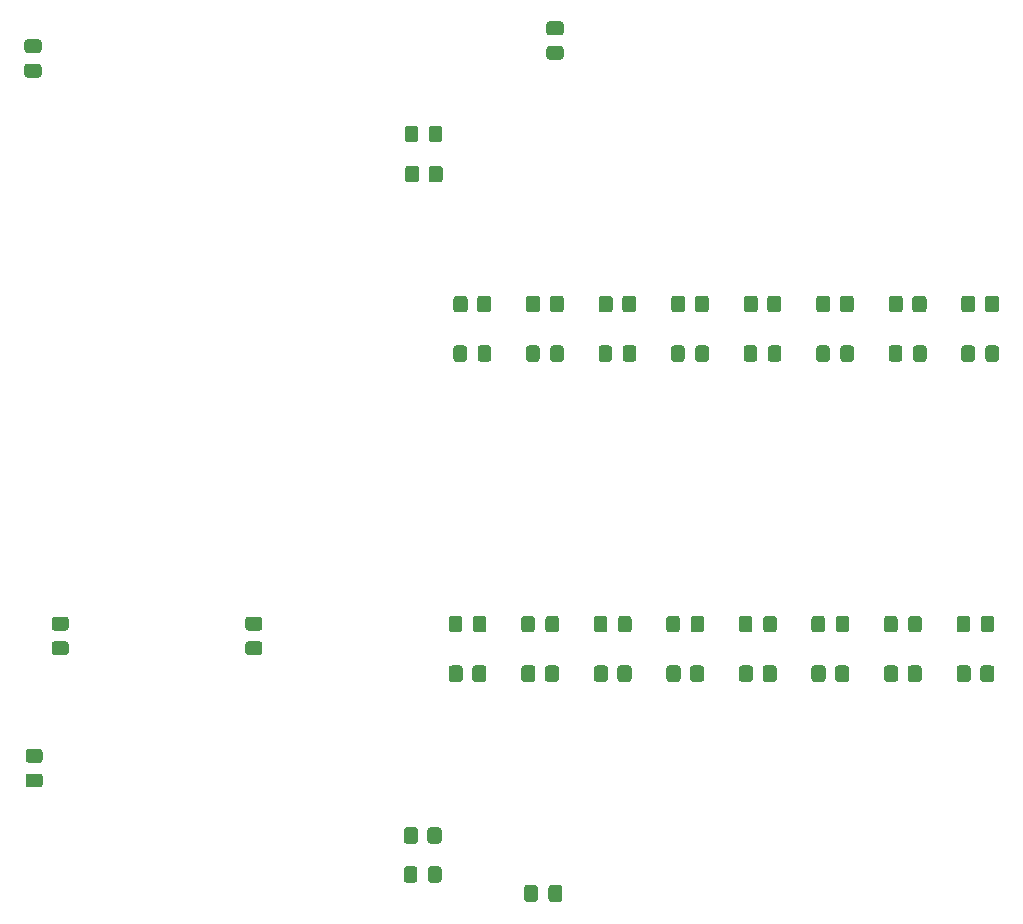
<source format=gtp>
G04 #@! TF.GenerationSoftware,KiCad,Pcbnew,(5.1.9)-1*
G04 #@! TF.CreationDate,2022-07-23T11:43:12-04:00*
G04 #@! TF.ProjectId,d-register,642d7265-6769-4737-9465-722e6b696361,2.0*
G04 #@! TF.SameCoordinates,Original*
G04 #@! TF.FileFunction,Paste,Top*
G04 #@! TF.FilePolarity,Positive*
%FSLAX46Y46*%
G04 Gerber Fmt 4.6, Leading zero omitted, Abs format (unit mm)*
G04 Created by KiCad (PCBNEW (5.1.9)-1) date 2022-07-23 11:43:12*
%MOMM*%
%LPD*%
G01*
G04 APERTURE LIST*
G04 APERTURE END LIST*
G36*
G01*
X124900000Y-119850001D02*
X124900000Y-118949999D01*
G75*
G02*
X125149999Y-118700000I249999J0D01*
G01*
X125850001Y-118700000D01*
G75*
G02*
X126100000Y-118949999I0J-249999D01*
G01*
X126100000Y-119850001D01*
G75*
G02*
X125850001Y-120100000I-249999J0D01*
G01*
X125149999Y-120100000D01*
G75*
G02*
X124900000Y-119850001I0J249999D01*
G01*
G37*
G36*
G01*
X122900000Y-119850001D02*
X122900000Y-118949999D01*
G75*
G02*
X123149999Y-118700000I249999J0D01*
G01*
X123850001Y-118700000D01*
G75*
G02*
X124100000Y-118949999I0J-249999D01*
G01*
X124100000Y-119850001D01*
G75*
G02*
X123850001Y-120100000I-249999J0D01*
G01*
X123149999Y-120100000D01*
G75*
G02*
X122900000Y-119850001I0J249999D01*
G01*
G37*
G36*
G01*
X124950000Y-123150001D02*
X124950000Y-122249999D01*
G75*
G02*
X125199999Y-122000000I249999J0D01*
G01*
X125850001Y-122000000D01*
G75*
G02*
X126100000Y-122249999I0J-249999D01*
G01*
X126100000Y-123150001D01*
G75*
G02*
X125850001Y-123400000I-249999J0D01*
G01*
X125199999Y-123400000D01*
G75*
G02*
X124950000Y-123150001I0J249999D01*
G01*
G37*
G36*
G01*
X122900000Y-123150001D02*
X122900000Y-122249999D01*
G75*
G02*
X123149999Y-122000000I249999J0D01*
G01*
X123800001Y-122000000D01*
G75*
G02*
X124050000Y-122249999I0J-249999D01*
G01*
X124050000Y-123150001D01*
G75*
G02*
X123800001Y-123400000I-249999J0D01*
G01*
X123149999Y-123400000D01*
G75*
G02*
X122900000Y-123150001I0J249999D01*
G01*
G37*
G36*
G01*
X125000000Y-63850001D02*
X125000000Y-62949999D01*
G75*
G02*
X125249999Y-62700000I249999J0D01*
G01*
X125950001Y-62700000D01*
G75*
G02*
X126200000Y-62949999I0J-249999D01*
G01*
X126200000Y-63850001D01*
G75*
G02*
X125950001Y-64100000I-249999J0D01*
G01*
X125249999Y-64100000D01*
G75*
G02*
X125000000Y-63850001I0J249999D01*
G01*
G37*
G36*
G01*
X123000000Y-63850001D02*
X123000000Y-62949999D01*
G75*
G02*
X123249999Y-62700000I249999J0D01*
G01*
X123950001Y-62700000D01*
G75*
G02*
X124200000Y-62949999I0J-249999D01*
G01*
X124200000Y-63850001D01*
G75*
G02*
X123950001Y-64100000I-249999J0D01*
G01*
X123249999Y-64100000D01*
G75*
G02*
X123000000Y-63850001I0J249999D01*
G01*
G37*
G36*
G01*
X125025000Y-60450001D02*
X125025000Y-59549999D01*
G75*
G02*
X125274999Y-59300000I249999J0D01*
G01*
X125925001Y-59300000D01*
G75*
G02*
X126175000Y-59549999I0J-249999D01*
G01*
X126175000Y-60450001D01*
G75*
G02*
X125925001Y-60700000I-249999J0D01*
G01*
X125274999Y-60700000D01*
G75*
G02*
X125025000Y-60450001I0J249999D01*
G01*
G37*
G36*
G01*
X122975000Y-60450001D02*
X122975000Y-59549999D01*
G75*
G02*
X123224999Y-59300000I249999J0D01*
G01*
X123875001Y-59300000D01*
G75*
G02*
X124125000Y-59549999I0J-249999D01*
G01*
X124125000Y-60450001D01*
G75*
G02*
X123875001Y-60700000I-249999J0D01*
G01*
X123224999Y-60700000D01*
G75*
G02*
X122975000Y-60450001I0J249999D01*
G01*
G37*
G36*
G01*
X94275000Y-102050000D02*
X93325000Y-102050000D01*
G75*
G02*
X93075000Y-101800000I0J250000D01*
G01*
X93075000Y-101125000D01*
G75*
G02*
X93325000Y-100875000I250000J0D01*
G01*
X94275000Y-100875000D01*
G75*
G02*
X94525000Y-101125000I0J-250000D01*
G01*
X94525000Y-101800000D01*
G75*
G02*
X94275000Y-102050000I-250000J0D01*
G01*
G37*
G36*
G01*
X94275000Y-104125000D02*
X93325000Y-104125000D01*
G75*
G02*
X93075000Y-103875000I0J250000D01*
G01*
X93075000Y-103200000D01*
G75*
G02*
X93325000Y-102950000I250000J0D01*
G01*
X94275000Y-102950000D01*
G75*
G02*
X94525000Y-103200000I0J-250000D01*
G01*
X94525000Y-103875000D01*
G75*
G02*
X94275000Y-104125000I-250000J0D01*
G01*
G37*
G36*
G01*
X110675000Y-102050000D02*
X109725000Y-102050000D01*
G75*
G02*
X109475000Y-101800000I0J250000D01*
G01*
X109475000Y-101125000D01*
G75*
G02*
X109725000Y-100875000I250000J0D01*
G01*
X110675000Y-100875000D01*
G75*
G02*
X110925000Y-101125000I0J-250000D01*
G01*
X110925000Y-101800000D01*
G75*
G02*
X110675000Y-102050000I-250000J0D01*
G01*
G37*
G36*
G01*
X110675000Y-104125000D02*
X109725000Y-104125000D01*
G75*
G02*
X109475000Y-103875000I0J250000D01*
G01*
X109475000Y-103200000D01*
G75*
G02*
X109725000Y-102950000I250000J0D01*
G01*
X110675000Y-102950000D01*
G75*
G02*
X110925000Y-103200000I0J-250000D01*
G01*
X110925000Y-103875000D01*
G75*
G02*
X110675000Y-104125000I-250000J0D01*
G01*
G37*
G36*
G01*
X91025000Y-54050000D02*
X91975000Y-54050000D01*
G75*
G02*
X92225000Y-54300000I0J-250000D01*
G01*
X92225000Y-54975000D01*
G75*
G02*
X91975000Y-55225000I-250000J0D01*
G01*
X91025000Y-55225000D01*
G75*
G02*
X90775000Y-54975000I0J250000D01*
G01*
X90775000Y-54300000D01*
G75*
G02*
X91025000Y-54050000I250000J0D01*
G01*
G37*
G36*
G01*
X91025000Y-51975000D02*
X91975000Y-51975000D01*
G75*
G02*
X92225000Y-52225000I0J-250000D01*
G01*
X92225000Y-52900000D01*
G75*
G02*
X91975000Y-53150000I-250000J0D01*
G01*
X91025000Y-53150000D01*
G75*
G02*
X90775000Y-52900000I0J250000D01*
G01*
X90775000Y-52225000D01*
G75*
G02*
X91025000Y-51975000I250000J0D01*
G01*
G37*
G36*
G01*
X91125000Y-114150000D02*
X92075000Y-114150000D01*
G75*
G02*
X92325000Y-114400000I0J-250000D01*
G01*
X92325000Y-115075000D01*
G75*
G02*
X92075000Y-115325000I-250000J0D01*
G01*
X91125000Y-115325000D01*
G75*
G02*
X90875000Y-115075000I0J250000D01*
G01*
X90875000Y-114400000D01*
G75*
G02*
X91125000Y-114150000I250000J0D01*
G01*
G37*
G36*
G01*
X91125000Y-112075000D02*
X92075000Y-112075000D01*
G75*
G02*
X92325000Y-112325000I0J-250000D01*
G01*
X92325000Y-113000000D01*
G75*
G02*
X92075000Y-113250000I-250000J0D01*
G01*
X91125000Y-113250000D01*
G75*
G02*
X90875000Y-113000000I0J250000D01*
G01*
X90875000Y-112325000D01*
G75*
G02*
X91125000Y-112075000I250000J0D01*
G01*
G37*
G36*
G01*
X136175000Y-51650000D02*
X135225000Y-51650000D01*
G75*
G02*
X134975000Y-51400000I0J250000D01*
G01*
X134975000Y-50725000D01*
G75*
G02*
X135225000Y-50475000I250000J0D01*
G01*
X136175000Y-50475000D01*
G75*
G02*
X136425000Y-50725000I0J-250000D01*
G01*
X136425000Y-51400000D01*
G75*
G02*
X136175000Y-51650000I-250000J0D01*
G01*
G37*
G36*
G01*
X136175000Y-53725000D02*
X135225000Y-53725000D01*
G75*
G02*
X134975000Y-53475000I0J250000D01*
G01*
X134975000Y-52800000D01*
G75*
G02*
X135225000Y-52550000I250000J0D01*
G01*
X136175000Y-52550000D01*
G75*
G02*
X136425000Y-52800000I0J-250000D01*
G01*
X136425000Y-53475000D01*
G75*
G02*
X136175000Y-53725000I-250000J0D01*
G01*
G37*
G36*
G01*
X135150000Y-124775000D02*
X135150000Y-123825000D01*
G75*
G02*
X135400000Y-123575000I250000J0D01*
G01*
X136075000Y-123575000D01*
G75*
G02*
X136325000Y-123825000I0J-250000D01*
G01*
X136325000Y-124775000D01*
G75*
G02*
X136075000Y-125025000I-250000J0D01*
G01*
X135400000Y-125025000D01*
G75*
G02*
X135150000Y-124775000I0J250000D01*
G01*
G37*
G36*
G01*
X133075000Y-124775000D02*
X133075000Y-123825000D01*
G75*
G02*
X133325000Y-123575000I250000J0D01*
G01*
X134000000Y-123575000D01*
G75*
G02*
X134250000Y-123825000I0J-250000D01*
G01*
X134250000Y-124775000D01*
G75*
G02*
X134000000Y-125025000I-250000J0D01*
G01*
X133325000Y-125025000D01*
G75*
G02*
X133075000Y-124775000I0J250000D01*
G01*
G37*
G36*
G01*
X129100000Y-74850001D02*
X129100000Y-73949999D01*
G75*
G02*
X129349999Y-73700000I249999J0D01*
G01*
X130050001Y-73700000D01*
G75*
G02*
X130300000Y-73949999I0J-249999D01*
G01*
X130300000Y-74850001D01*
G75*
G02*
X130050001Y-75100000I-249999J0D01*
G01*
X129349999Y-75100000D01*
G75*
G02*
X129100000Y-74850001I0J249999D01*
G01*
G37*
G36*
G01*
X127100000Y-74850001D02*
X127100000Y-73949999D01*
G75*
G02*
X127349999Y-73700000I249999J0D01*
G01*
X128050001Y-73700000D01*
G75*
G02*
X128300000Y-73949999I0J-249999D01*
G01*
X128300000Y-74850001D01*
G75*
G02*
X128050001Y-75100000I-249999J0D01*
G01*
X127349999Y-75100000D01*
G75*
G02*
X127100000Y-74850001I0J249999D01*
G01*
G37*
G36*
G01*
X135242857Y-74850001D02*
X135242857Y-73949999D01*
G75*
G02*
X135492856Y-73700000I249999J0D01*
G01*
X136192858Y-73700000D01*
G75*
G02*
X136442857Y-73949999I0J-249999D01*
G01*
X136442857Y-74850001D01*
G75*
G02*
X136192858Y-75100000I-249999J0D01*
G01*
X135492856Y-75100000D01*
G75*
G02*
X135242857Y-74850001I0J249999D01*
G01*
G37*
G36*
G01*
X133242857Y-74850001D02*
X133242857Y-73949999D01*
G75*
G02*
X133492856Y-73700000I249999J0D01*
G01*
X134192858Y-73700000D01*
G75*
G02*
X134442857Y-73949999I0J-249999D01*
G01*
X134442857Y-74850001D01*
G75*
G02*
X134192858Y-75100000I-249999J0D01*
G01*
X133492856Y-75100000D01*
G75*
G02*
X133242857Y-74850001I0J249999D01*
G01*
G37*
G36*
G01*
X141385714Y-74850001D02*
X141385714Y-73949999D01*
G75*
G02*
X141635713Y-73700000I249999J0D01*
G01*
X142335715Y-73700000D01*
G75*
G02*
X142585714Y-73949999I0J-249999D01*
G01*
X142585714Y-74850001D01*
G75*
G02*
X142335715Y-75100000I-249999J0D01*
G01*
X141635713Y-75100000D01*
G75*
G02*
X141385714Y-74850001I0J249999D01*
G01*
G37*
G36*
G01*
X139385714Y-74850001D02*
X139385714Y-73949999D01*
G75*
G02*
X139635713Y-73700000I249999J0D01*
G01*
X140335715Y-73700000D01*
G75*
G02*
X140585714Y-73949999I0J-249999D01*
G01*
X140585714Y-74850001D01*
G75*
G02*
X140335715Y-75100000I-249999J0D01*
G01*
X139635713Y-75100000D01*
G75*
G02*
X139385714Y-74850001I0J249999D01*
G01*
G37*
G36*
G01*
X147528571Y-74850001D02*
X147528571Y-73949999D01*
G75*
G02*
X147778570Y-73700000I249999J0D01*
G01*
X148478572Y-73700000D01*
G75*
G02*
X148728571Y-73949999I0J-249999D01*
G01*
X148728571Y-74850001D01*
G75*
G02*
X148478572Y-75100000I-249999J0D01*
G01*
X147778570Y-75100000D01*
G75*
G02*
X147528571Y-74850001I0J249999D01*
G01*
G37*
G36*
G01*
X145528571Y-74850001D02*
X145528571Y-73949999D01*
G75*
G02*
X145778570Y-73700000I249999J0D01*
G01*
X146478572Y-73700000D01*
G75*
G02*
X146728571Y-73949999I0J-249999D01*
G01*
X146728571Y-74850001D01*
G75*
G02*
X146478572Y-75100000I-249999J0D01*
G01*
X145778570Y-75100000D01*
G75*
G02*
X145528571Y-74850001I0J249999D01*
G01*
G37*
G36*
G01*
X153671428Y-74850001D02*
X153671428Y-73949999D01*
G75*
G02*
X153921427Y-73700000I249999J0D01*
G01*
X154621429Y-73700000D01*
G75*
G02*
X154871428Y-73949999I0J-249999D01*
G01*
X154871428Y-74850001D01*
G75*
G02*
X154621429Y-75100000I-249999J0D01*
G01*
X153921427Y-75100000D01*
G75*
G02*
X153671428Y-74850001I0J249999D01*
G01*
G37*
G36*
G01*
X151671428Y-74850001D02*
X151671428Y-73949999D01*
G75*
G02*
X151921427Y-73700000I249999J0D01*
G01*
X152621429Y-73700000D01*
G75*
G02*
X152871428Y-73949999I0J-249999D01*
G01*
X152871428Y-74850001D01*
G75*
G02*
X152621429Y-75100000I-249999J0D01*
G01*
X151921427Y-75100000D01*
G75*
G02*
X151671428Y-74850001I0J249999D01*
G01*
G37*
G36*
G01*
X159814285Y-74850001D02*
X159814285Y-73949999D01*
G75*
G02*
X160064284Y-73700000I249999J0D01*
G01*
X160764286Y-73700000D01*
G75*
G02*
X161014285Y-73949999I0J-249999D01*
G01*
X161014285Y-74850001D01*
G75*
G02*
X160764286Y-75100000I-249999J0D01*
G01*
X160064284Y-75100000D01*
G75*
G02*
X159814285Y-74850001I0J249999D01*
G01*
G37*
G36*
G01*
X157814285Y-74850001D02*
X157814285Y-73949999D01*
G75*
G02*
X158064284Y-73700000I249999J0D01*
G01*
X158764286Y-73700000D01*
G75*
G02*
X159014285Y-73949999I0J-249999D01*
G01*
X159014285Y-74850001D01*
G75*
G02*
X158764286Y-75100000I-249999J0D01*
G01*
X158064284Y-75100000D01*
G75*
G02*
X157814285Y-74850001I0J249999D01*
G01*
G37*
G36*
G01*
X165957142Y-74850001D02*
X165957142Y-73949999D01*
G75*
G02*
X166207141Y-73700000I249999J0D01*
G01*
X166907143Y-73700000D01*
G75*
G02*
X167157142Y-73949999I0J-249999D01*
G01*
X167157142Y-74850001D01*
G75*
G02*
X166907143Y-75100000I-249999J0D01*
G01*
X166207141Y-75100000D01*
G75*
G02*
X165957142Y-74850001I0J249999D01*
G01*
G37*
G36*
G01*
X163957142Y-74850001D02*
X163957142Y-73949999D01*
G75*
G02*
X164207141Y-73700000I249999J0D01*
G01*
X164907143Y-73700000D01*
G75*
G02*
X165157142Y-73949999I0J-249999D01*
G01*
X165157142Y-74850001D01*
G75*
G02*
X164907143Y-75100000I-249999J0D01*
G01*
X164207141Y-75100000D01*
G75*
G02*
X163957142Y-74850001I0J249999D01*
G01*
G37*
G36*
G01*
X172100000Y-74850001D02*
X172100000Y-73949999D01*
G75*
G02*
X172349999Y-73700000I249999J0D01*
G01*
X173050001Y-73700000D01*
G75*
G02*
X173300000Y-73949999I0J-249999D01*
G01*
X173300000Y-74850001D01*
G75*
G02*
X173050001Y-75100000I-249999J0D01*
G01*
X172349999Y-75100000D01*
G75*
G02*
X172100000Y-74850001I0J249999D01*
G01*
G37*
G36*
G01*
X170100000Y-74850001D02*
X170100000Y-73949999D01*
G75*
G02*
X170349999Y-73700000I249999J0D01*
G01*
X171050001Y-73700000D01*
G75*
G02*
X171300000Y-73949999I0J-249999D01*
G01*
X171300000Y-74850001D01*
G75*
G02*
X171050001Y-75100000I-249999J0D01*
G01*
X170349999Y-75100000D01*
G75*
G02*
X170100000Y-74850001I0J249999D01*
G01*
G37*
G36*
G01*
X128700000Y-106150001D02*
X128700000Y-105249999D01*
G75*
G02*
X128949999Y-105000000I249999J0D01*
G01*
X129650001Y-105000000D01*
G75*
G02*
X129900000Y-105249999I0J-249999D01*
G01*
X129900000Y-106150001D01*
G75*
G02*
X129650001Y-106400000I-249999J0D01*
G01*
X128949999Y-106400000D01*
G75*
G02*
X128700000Y-106150001I0J249999D01*
G01*
G37*
G36*
G01*
X126700000Y-106150001D02*
X126700000Y-105249999D01*
G75*
G02*
X126949999Y-105000000I249999J0D01*
G01*
X127650001Y-105000000D01*
G75*
G02*
X127900000Y-105249999I0J-249999D01*
G01*
X127900000Y-106150001D01*
G75*
G02*
X127650001Y-106400000I-249999J0D01*
G01*
X126949999Y-106400000D01*
G75*
G02*
X126700000Y-106150001I0J249999D01*
G01*
G37*
G36*
G01*
X134842857Y-106150001D02*
X134842857Y-105249999D01*
G75*
G02*
X135092856Y-105000000I249999J0D01*
G01*
X135792858Y-105000000D01*
G75*
G02*
X136042857Y-105249999I0J-249999D01*
G01*
X136042857Y-106150001D01*
G75*
G02*
X135792858Y-106400000I-249999J0D01*
G01*
X135092856Y-106400000D01*
G75*
G02*
X134842857Y-106150001I0J249999D01*
G01*
G37*
G36*
G01*
X132842857Y-106150001D02*
X132842857Y-105249999D01*
G75*
G02*
X133092856Y-105000000I249999J0D01*
G01*
X133792858Y-105000000D01*
G75*
G02*
X134042857Y-105249999I0J-249999D01*
G01*
X134042857Y-106150001D01*
G75*
G02*
X133792858Y-106400000I-249999J0D01*
G01*
X133092856Y-106400000D01*
G75*
G02*
X132842857Y-106150001I0J249999D01*
G01*
G37*
G36*
G01*
X140985714Y-106150001D02*
X140985714Y-105249999D01*
G75*
G02*
X141235713Y-105000000I249999J0D01*
G01*
X141935715Y-105000000D01*
G75*
G02*
X142185714Y-105249999I0J-249999D01*
G01*
X142185714Y-106150001D01*
G75*
G02*
X141935715Y-106400000I-249999J0D01*
G01*
X141235713Y-106400000D01*
G75*
G02*
X140985714Y-106150001I0J249999D01*
G01*
G37*
G36*
G01*
X138985714Y-106150001D02*
X138985714Y-105249999D01*
G75*
G02*
X139235713Y-105000000I249999J0D01*
G01*
X139935715Y-105000000D01*
G75*
G02*
X140185714Y-105249999I0J-249999D01*
G01*
X140185714Y-106150001D01*
G75*
G02*
X139935715Y-106400000I-249999J0D01*
G01*
X139235713Y-106400000D01*
G75*
G02*
X138985714Y-106150001I0J249999D01*
G01*
G37*
G36*
G01*
X147128571Y-106150001D02*
X147128571Y-105249999D01*
G75*
G02*
X147378570Y-105000000I249999J0D01*
G01*
X148078572Y-105000000D01*
G75*
G02*
X148328571Y-105249999I0J-249999D01*
G01*
X148328571Y-106150001D01*
G75*
G02*
X148078572Y-106400000I-249999J0D01*
G01*
X147378570Y-106400000D01*
G75*
G02*
X147128571Y-106150001I0J249999D01*
G01*
G37*
G36*
G01*
X145128571Y-106150001D02*
X145128571Y-105249999D01*
G75*
G02*
X145378570Y-105000000I249999J0D01*
G01*
X146078572Y-105000000D01*
G75*
G02*
X146328571Y-105249999I0J-249999D01*
G01*
X146328571Y-106150001D01*
G75*
G02*
X146078572Y-106400000I-249999J0D01*
G01*
X145378570Y-106400000D01*
G75*
G02*
X145128571Y-106150001I0J249999D01*
G01*
G37*
G36*
G01*
X153271428Y-106150001D02*
X153271428Y-105249999D01*
G75*
G02*
X153521427Y-105000000I249999J0D01*
G01*
X154221429Y-105000000D01*
G75*
G02*
X154471428Y-105249999I0J-249999D01*
G01*
X154471428Y-106150001D01*
G75*
G02*
X154221429Y-106400000I-249999J0D01*
G01*
X153521427Y-106400000D01*
G75*
G02*
X153271428Y-106150001I0J249999D01*
G01*
G37*
G36*
G01*
X151271428Y-106150001D02*
X151271428Y-105249999D01*
G75*
G02*
X151521427Y-105000000I249999J0D01*
G01*
X152221429Y-105000000D01*
G75*
G02*
X152471428Y-105249999I0J-249999D01*
G01*
X152471428Y-106150001D01*
G75*
G02*
X152221429Y-106400000I-249999J0D01*
G01*
X151521427Y-106400000D01*
G75*
G02*
X151271428Y-106150001I0J249999D01*
G01*
G37*
G36*
G01*
X159414285Y-106150001D02*
X159414285Y-105249999D01*
G75*
G02*
X159664284Y-105000000I249999J0D01*
G01*
X160364286Y-105000000D01*
G75*
G02*
X160614285Y-105249999I0J-249999D01*
G01*
X160614285Y-106150001D01*
G75*
G02*
X160364286Y-106400000I-249999J0D01*
G01*
X159664284Y-106400000D01*
G75*
G02*
X159414285Y-106150001I0J249999D01*
G01*
G37*
G36*
G01*
X157414285Y-106150001D02*
X157414285Y-105249999D01*
G75*
G02*
X157664284Y-105000000I249999J0D01*
G01*
X158364286Y-105000000D01*
G75*
G02*
X158614285Y-105249999I0J-249999D01*
G01*
X158614285Y-106150001D01*
G75*
G02*
X158364286Y-106400000I-249999J0D01*
G01*
X157664284Y-106400000D01*
G75*
G02*
X157414285Y-106150001I0J249999D01*
G01*
G37*
G36*
G01*
X165557142Y-106150001D02*
X165557142Y-105249999D01*
G75*
G02*
X165807141Y-105000000I249999J0D01*
G01*
X166507143Y-105000000D01*
G75*
G02*
X166757142Y-105249999I0J-249999D01*
G01*
X166757142Y-106150001D01*
G75*
G02*
X166507143Y-106400000I-249999J0D01*
G01*
X165807141Y-106400000D01*
G75*
G02*
X165557142Y-106150001I0J249999D01*
G01*
G37*
G36*
G01*
X163557142Y-106150001D02*
X163557142Y-105249999D01*
G75*
G02*
X163807141Y-105000000I249999J0D01*
G01*
X164507143Y-105000000D01*
G75*
G02*
X164757142Y-105249999I0J-249999D01*
G01*
X164757142Y-106150001D01*
G75*
G02*
X164507143Y-106400000I-249999J0D01*
G01*
X163807141Y-106400000D01*
G75*
G02*
X163557142Y-106150001I0J249999D01*
G01*
G37*
G36*
G01*
X171700000Y-106150001D02*
X171700000Y-105249999D01*
G75*
G02*
X171949999Y-105000000I249999J0D01*
G01*
X172650001Y-105000000D01*
G75*
G02*
X172900000Y-105249999I0J-249999D01*
G01*
X172900000Y-106150001D01*
G75*
G02*
X172650001Y-106400000I-249999J0D01*
G01*
X171949999Y-106400000D01*
G75*
G02*
X171700000Y-106150001I0J249999D01*
G01*
G37*
G36*
G01*
X169700000Y-106150001D02*
X169700000Y-105249999D01*
G75*
G02*
X169949999Y-105000000I249999J0D01*
G01*
X170650001Y-105000000D01*
G75*
G02*
X170900000Y-105249999I0J-249999D01*
G01*
X170900000Y-106150001D01*
G75*
G02*
X170650001Y-106400000I-249999J0D01*
G01*
X169949999Y-106400000D01*
G75*
G02*
X169700000Y-106150001I0J249999D01*
G01*
G37*
G36*
G01*
X128250000Y-78149999D02*
X128250000Y-79050001D01*
G75*
G02*
X128000001Y-79300000I-249999J0D01*
G01*
X127349999Y-79300000D01*
G75*
G02*
X127100000Y-79050001I0J249999D01*
G01*
X127100000Y-78149999D01*
G75*
G02*
X127349999Y-77900000I249999J0D01*
G01*
X128000001Y-77900000D01*
G75*
G02*
X128250000Y-78149999I0J-249999D01*
G01*
G37*
G36*
G01*
X130300000Y-78149999D02*
X130300000Y-79050001D01*
G75*
G02*
X130050001Y-79300000I-249999J0D01*
G01*
X129399999Y-79300000D01*
G75*
G02*
X129150000Y-79050001I0J249999D01*
G01*
X129150000Y-78149999D01*
G75*
G02*
X129399999Y-77900000I249999J0D01*
G01*
X130050001Y-77900000D01*
G75*
G02*
X130300000Y-78149999I0J-249999D01*
G01*
G37*
G36*
G01*
X134392857Y-78149999D02*
X134392857Y-79050001D01*
G75*
G02*
X134142858Y-79300000I-249999J0D01*
G01*
X133492856Y-79300000D01*
G75*
G02*
X133242857Y-79050001I0J249999D01*
G01*
X133242857Y-78149999D01*
G75*
G02*
X133492856Y-77900000I249999J0D01*
G01*
X134142858Y-77900000D01*
G75*
G02*
X134392857Y-78149999I0J-249999D01*
G01*
G37*
G36*
G01*
X136442857Y-78149999D02*
X136442857Y-79050001D01*
G75*
G02*
X136192858Y-79300000I-249999J0D01*
G01*
X135542856Y-79300000D01*
G75*
G02*
X135292857Y-79050001I0J249999D01*
G01*
X135292857Y-78149999D01*
G75*
G02*
X135542856Y-77900000I249999J0D01*
G01*
X136192858Y-77900000D01*
G75*
G02*
X136442857Y-78149999I0J-249999D01*
G01*
G37*
G36*
G01*
X140535714Y-78149999D02*
X140535714Y-79050001D01*
G75*
G02*
X140285715Y-79300000I-249999J0D01*
G01*
X139635713Y-79300000D01*
G75*
G02*
X139385714Y-79050001I0J249999D01*
G01*
X139385714Y-78149999D01*
G75*
G02*
X139635713Y-77900000I249999J0D01*
G01*
X140285715Y-77900000D01*
G75*
G02*
X140535714Y-78149999I0J-249999D01*
G01*
G37*
G36*
G01*
X142585714Y-78149999D02*
X142585714Y-79050001D01*
G75*
G02*
X142335715Y-79300000I-249999J0D01*
G01*
X141685713Y-79300000D01*
G75*
G02*
X141435714Y-79050001I0J249999D01*
G01*
X141435714Y-78149999D01*
G75*
G02*
X141685713Y-77900000I249999J0D01*
G01*
X142335715Y-77900000D01*
G75*
G02*
X142585714Y-78149999I0J-249999D01*
G01*
G37*
G36*
G01*
X146678571Y-78149999D02*
X146678571Y-79050001D01*
G75*
G02*
X146428572Y-79300000I-249999J0D01*
G01*
X145778570Y-79300000D01*
G75*
G02*
X145528571Y-79050001I0J249999D01*
G01*
X145528571Y-78149999D01*
G75*
G02*
X145778570Y-77900000I249999J0D01*
G01*
X146428572Y-77900000D01*
G75*
G02*
X146678571Y-78149999I0J-249999D01*
G01*
G37*
G36*
G01*
X148728571Y-78149999D02*
X148728571Y-79050001D01*
G75*
G02*
X148478572Y-79300000I-249999J0D01*
G01*
X147828570Y-79300000D01*
G75*
G02*
X147578571Y-79050001I0J249999D01*
G01*
X147578571Y-78149999D01*
G75*
G02*
X147828570Y-77900000I249999J0D01*
G01*
X148478572Y-77900000D01*
G75*
G02*
X148728571Y-78149999I0J-249999D01*
G01*
G37*
G36*
G01*
X152821428Y-78149999D02*
X152821428Y-79050001D01*
G75*
G02*
X152571429Y-79300000I-249999J0D01*
G01*
X151921427Y-79300000D01*
G75*
G02*
X151671428Y-79050001I0J249999D01*
G01*
X151671428Y-78149999D01*
G75*
G02*
X151921427Y-77900000I249999J0D01*
G01*
X152571429Y-77900000D01*
G75*
G02*
X152821428Y-78149999I0J-249999D01*
G01*
G37*
G36*
G01*
X154871428Y-78149999D02*
X154871428Y-79050001D01*
G75*
G02*
X154621429Y-79300000I-249999J0D01*
G01*
X153971427Y-79300000D01*
G75*
G02*
X153721428Y-79050001I0J249999D01*
G01*
X153721428Y-78149999D01*
G75*
G02*
X153971427Y-77900000I249999J0D01*
G01*
X154621429Y-77900000D01*
G75*
G02*
X154871428Y-78149999I0J-249999D01*
G01*
G37*
G36*
G01*
X158964285Y-78149999D02*
X158964285Y-79050001D01*
G75*
G02*
X158714286Y-79300000I-249999J0D01*
G01*
X158064284Y-79300000D01*
G75*
G02*
X157814285Y-79050001I0J249999D01*
G01*
X157814285Y-78149999D01*
G75*
G02*
X158064284Y-77900000I249999J0D01*
G01*
X158714286Y-77900000D01*
G75*
G02*
X158964285Y-78149999I0J-249999D01*
G01*
G37*
G36*
G01*
X161014285Y-78149999D02*
X161014285Y-79050001D01*
G75*
G02*
X160764286Y-79300000I-249999J0D01*
G01*
X160114284Y-79300000D01*
G75*
G02*
X159864285Y-79050001I0J249999D01*
G01*
X159864285Y-78149999D01*
G75*
G02*
X160114284Y-77900000I249999J0D01*
G01*
X160764286Y-77900000D01*
G75*
G02*
X161014285Y-78149999I0J-249999D01*
G01*
G37*
G36*
G01*
X165107142Y-78149999D02*
X165107142Y-79050001D01*
G75*
G02*
X164857143Y-79300000I-249999J0D01*
G01*
X164207141Y-79300000D01*
G75*
G02*
X163957142Y-79050001I0J249999D01*
G01*
X163957142Y-78149999D01*
G75*
G02*
X164207141Y-77900000I249999J0D01*
G01*
X164857143Y-77900000D01*
G75*
G02*
X165107142Y-78149999I0J-249999D01*
G01*
G37*
G36*
G01*
X167157142Y-78149999D02*
X167157142Y-79050001D01*
G75*
G02*
X166907143Y-79300000I-249999J0D01*
G01*
X166257141Y-79300000D01*
G75*
G02*
X166007142Y-79050001I0J249999D01*
G01*
X166007142Y-78149999D01*
G75*
G02*
X166257141Y-77900000I249999J0D01*
G01*
X166907143Y-77900000D01*
G75*
G02*
X167157142Y-78149999I0J-249999D01*
G01*
G37*
G36*
G01*
X171250000Y-78149999D02*
X171250000Y-79050001D01*
G75*
G02*
X171000001Y-79300000I-249999J0D01*
G01*
X170349999Y-79300000D01*
G75*
G02*
X170100000Y-79050001I0J249999D01*
G01*
X170100000Y-78149999D01*
G75*
G02*
X170349999Y-77900000I249999J0D01*
G01*
X171000001Y-77900000D01*
G75*
G02*
X171250000Y-78149999I0J-249999D01*
G01*
G37*
G36*
G01*
X173300000Y-78149999D02*
X173300000Y-79050001D01*
G75*
G02*
X173050001Y-79300000I-249999J0D01*
G01*
X172399999Y-79300000D01*
G75*
G02*
X172150000Y-79050001I0J249999D01*
G01*
X172150000Y-78149999D01*
G75*
G02*
X172399999Y-77900000I249999J0D01*
G01*
X173050001Y-77900000D01*
G75*
G02*
X173300000Y-78149999I0J-249999D01*
G01*
G37*
G36*
G01*
X127850000Y-101049999D02*
X127850000Y-101950001D01*
G75*
G02*
X127600001Y-102200000I-249999J0D01*
G01*
X126949999Y-102200000D01*
G75*
G02*
X126700000Y-101950001I0J249999D01*
G01*
X126700000Y-101049999D01*
G75*
G02*
X126949999Y-100800000I249999J0D01*
G01*
X127600001Y-100800000D01*
G75*
G02*
X127850000Y-101049999I0J-249999D01*
G01*
G37*
G36*
G01*
X129900000Y-101049999D02*
X129900000Y-101950001D01*
G75*
G02*
X129650001Y-102200000I-249999J0D01*
G01*
X128999999Y-102200000D01*
G75*
G02*
X128750000Y-101950001I0J249999D01*
G01*
X128750000Y-101049999D01*
G75*
G02*
X128999999Y-100800000I249999J0D01*
G01*
X129650001Y-100800000D01*
G75*
G02*
X129900000Y-101049999I0J-249999D01*
G01*
G37*
G36*
G01*
X133992857Y-101049999D02*
X133992857Y-101950001D01*
G75*
G02*
X133742858Y-102200000I-249999J0D01*
G01*
X133092856Y-102200000D01*
G75*
G02*
X132842857Y-101950001I0J249999D01*
G01*
X132842857Y-101049999D01*
G75*
G02*
X133092856Y-100800000I249999J0D01*
G01*
X133742858Y-100800000D01*
G75*
G02*
X133992857Y-101049999I0J-249999D01*
G01*
G37*
G36*
G01*
X136042857Y-101049999D02*
X136042857Y-101950001D01*
G75*
G02*
X135792858Y-102200000I-249999J0D01*
G01*
X135142856Y-102200000D01*
G75*
G02*
X134892857Y-101950001I0J249999D01*
G01*
X134892857Y-101049999D01*
G75*
G02*
X135142856Y-100800000I249999J0D01*
G01*
X135792858Y-100800000D01*
G75*
G02*
X136042857Y-101049999I0J-249999D01*
G01*
G37*
G36*
G01*
X140135714Y-101049999D02*
X140135714Y-101950001D01*
G75*
G02*
X139885715Y-102200000I-249999J0D01*
G01*
X139235713Y-102200000D01*
G75*
G02*
X138985714Y-101950001I0J249999D01*
G01*
X138985714Y-101049999D01*
G75*
G02*
X139235713Y-100800000I249999J0D01*
G01*
X139885715Y-100800000D01*
G75*
G02*
X140135714Y-101049999I0J-249999D01*
G01*
G37*
G36*
G01*
X142185714Y-101049999D02*
X142185714Y-101950001D01*
G75*
G02*
X141935715Y-102200000I-249999J0D01*
G01*
X141285713Y-102200000D01*
G75*
G02*
X141035714Y-101950001I0J249999D01*
G01*
X141035714Y-101049999D01*
G75*
G02*
X141285713Y-100800000I249999J0D01*
G01*
X141935715Y-100800000D01*
G75*
G02*
X142185714Y-101049999I0J-249999D01*
G01*
G37*
G36*
G01*
X146278571Y-101049999D02*
X146278571Y-101950001D01*
G75*
G02*
X146028572Y-102200000I-249999J0D01*
G01*
X145378570Y-102200000D01*
G75*
G02*
X145128571Y-101950001I0J249999D01*
G01*
X145128571Y-101049999D01*
G75*
G02*
X145378570Y-100800000I249999J0D01*
G01*
X146028572Y-100800000D01*
G75*
G02*
X146278571Y-101049999I0J-249999D01*
G01*
G37*
G36*
G01*
X148328571Y-101049999D02*
X148328571Y-101950001D01*
G75*
G02*
X148078572Y-102200000I-249999J0D01*
G01*
X147428570Y-102200000D01*
G75*
G02*
X147178571Y-101950001I0J249999D01*
G01*
X147178571Y-101049999D01*
G75*
G02*
X147428570Y-100800000I249999J0D01*
G01*
X148078572Y-100800000D01*
G75*
G02*
X148328571Y-101049999I0J-249999D01*
G01*
G37*
G36*
G01*
X152421428Y-101049999D02*
X152421428Y-101950001D01*
G75*
G02*
X152171429Y-102200000I-249999J0D01*
G01*
X151521427Y-102200000D01*
G75*
G02*
X151271428Y-101950001I0J249999D01*
G01*
X151271428Y-101049999D01*
G75*
G02*
X151521427Y-100800000I249999J0D01*
G01*
X152171429Y-100800000D01*
G75*
G02*
X152421428Y-101049999I0J-249999D01*
G01*
G37*
G36*
G01*
X154471428Y-101049999D02*
X154471428Y-101950001D01*
G75*
G02*
X154221429Y-102200000I-249999J0D01*
G01*
X153571427Y-102200000D01*
G75*
G02*
X153321428Y-101950001I0J249999D01*
G01*
X153321428Y-101049999D01*
G75*
G02*
X153571427Y-100800000I249999J0D01*
G01*
X154221429Y-100800000D01*
G75*
G02*
X154471428Y-101049999I0J-249999D01*
G01*
G37*
G36*
G01*
X158564285Y-101049999D02*
X158564285Y-101950001D01*
G75*
G02*
X158314286Y-102200000I-249999J0D01*
G01*
X157664284Y-102200000D01*
G75*
G02*
X157414285Y-101950001I0J249999D01*
G01*
X157414285Y-101049999D01*
G75*
G02*
X157664284Y-100800000I249999J0D01*
G01*
X158314286Y-100800000D01*
G75*
G02*
X158564285Y-101049999I0J-249999D01*
G01*
G37*
G36*
G01*
X160614285Y-101049999D02*
X160614285Y-101950001D01*
G75*
G02*
X160364286Y-102200000I-249999J0D01*
G01*
X159714284Y-102200000D01*
G75*
G02*
X159464285Y-101950001I0J249999D01*
G01*
X159464285Y-101049999D01*
G75*
G02*
X159714284Y-100800000I249999J0D01*
G01*
X160364286Y-100800000D01*
G75*
G02*
X160614285Y-101049999I0J-249999D01*
G01*
G37*
G36*
G01*
X164707142Y-101049999D02*
X164707142Y-101950001D01*
G75*
G02*
X164457143Y-102200000I-249999J0D01*
G01*
X163807141Y-102200000D01*
G75*
G02*
X163557142Y-101950001I0J249999D01*
G01*
X163557142Y-101049999D01*
G75*
G02*
X163807141Y-100800000I249999J0D01*
G01*
X164457143Y-100800000D01*
G75*
G02*
X164707142Y-101049999I0J-249999D01*
G01*
G37*
G36*
G01*
X166757142Y-101049999D02*
X166757142Y-101950001D01*
G75*
G02*
X166507143Y-102200000I-249999J0D01*
G01*
X165857141Y-102200000D01*
G75*
G02*
X165607142Y-101950001I0J249999D01*
G01*
X165607142Y-101049999D01*
G75*
G02*
X165857141Y-100800000I249999J0D01*
G01*
X166507143Y-100800000D01*
G75*
G02*
X166757142Y-101049999I0J-249999D01*
G01*
G37*
G36*
G01*
X170850000Y-101049999D02*
X170850000Y-101950001D01*
G75*
G02*
X170600001Y-102200000I-249999J0D01*
G01*
X169949999Y-102200000D01*
G75*
G02*
X169700000Y-101950001I0J249999D01*
G01*
X169700000Y-101049999D01*
G75*
G02*
X169949999Y-100800000I249999J0D01*
G01*
X170600001Y-100800000D01*
G75*
G02*
X170850000Y-101049999I0J-249999D01*
G01*
G37*
G36*
G01*
X172900000Y-101049999D02*
X172900000Y-101950001D01*
G75*
G02*
X172650001Y-102200000I-249999J0D01*
G01*
X171999999Y-102200000D01*
G75*
G02*
X171750000Y-101950001I0J249999D01*
G01*
X171750000Y-101049999D01*
G75*
G02*
X171999999Y-100800000I249999J0D01*
G01*
X172650001Y-100800000D01*
G75*
G02*
X172900000Y-101049999I0J-249999D01*
G01*
G37*
M02*

</source>
